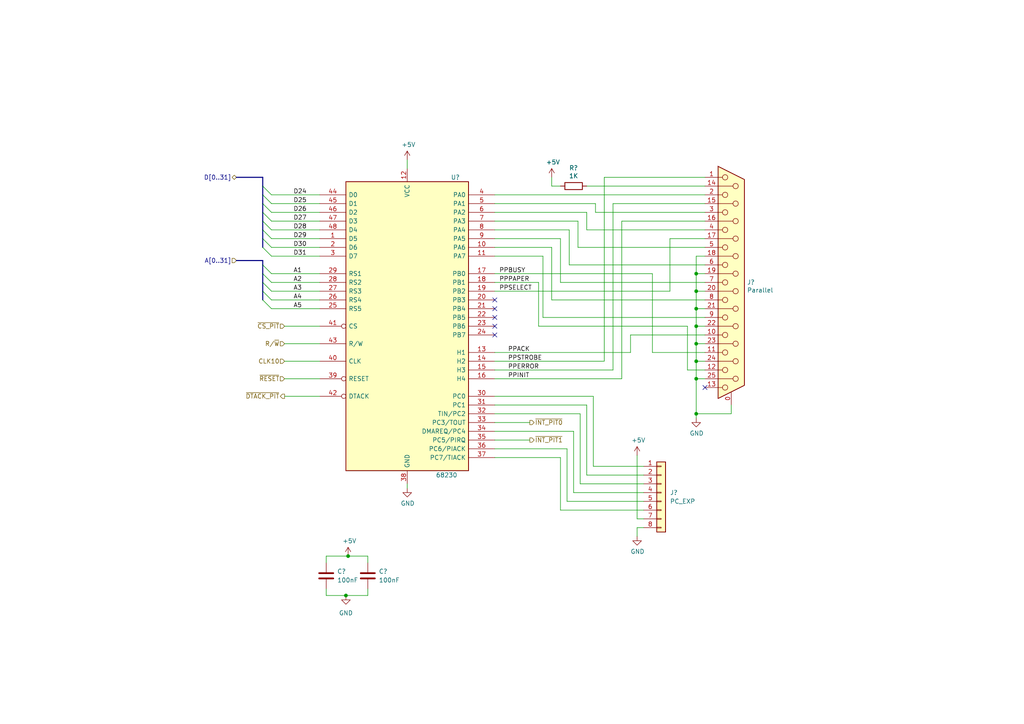
<source format=kicad_sch>
(kicad_sch (version 20211123) (generator eeschema)
  (paper "A4")
  (lib_symbols
    (symbol "Connector:DB25_Female_MountingHoles" (pin_names (offset 1.016) hide)
      (property "Reference" "J" (at 0 36.83 0))
      (property "Value" "DB25_Female_MountingHoles" (at 0 34.925 0))
      (symbol "DB25_Female_MountingHoles_0_1"
        (circle (center -1.778 -30.48) (radius 0.762))
        (circle (center -1.778 -25.4) (radius 0.762))
        (circle (center -1.778 -20.32) (radius 0.762))
        (circle (center -1.778 -15.24) (radius 0.762))
        (circle (center -1.778 -10.16) (radius 0.762))
        (circle (center -1.778 -5.08) (radius 0.762))
        (circle (center -1.778 0) (radius 0.762))
        (circle (center -1.778 5.08) (radius 0.762))
        (circle (center -1.778 10.16) (radius 0.762))
        (circle (center -1.778 15.24) (radius 0.762))
        (circle (center -1.778 20.32) (radius 0.762))
        (circle (center -1.778 25.4) (radius 0.762))
        (circle (center -1.778 30.48) (radius 0.762))
        (polyline (pts (xy -3.81 -30.48) (xy -2.54 -30.48)))
        (polyline (pts (xy -3.81 -27.94) (xy 0.508 -27.94)))
        (polyline (pts (xy -3.81 -25.4) (xy -2.54 -25.4)))
        (polyline (pts (xy -3.81 -22.86) (xy 0.508 -22.86)))
        (polyline (pts (xy -3.81 -20.32) (xy -2.54 -20.32)))
        (polyline (pts (xy -3.81 -17.78) (xy 0.508 -17.78)))
        (polyline (pts (xy -3.81 -15.24) (xy -2.54 -15.24)))
        (polyline (pts (xy -3.81 -12.7) (xy 0.508 -12.7)))
        (polyline (pts (xy -3.81 -10.16) (xy -2.54 -10.16)))
        (polyline (pts (xy -3.81 -7.62) (xy 0.508 -7.62)))
        (polyline (pts (xy -3.81 -5.08) (xy -2.54 -5.08)))
        (polyline (pts (xy -3.81 -2.54) (xy 0.508 -2.54)))
        (polyline (pts (xy -3.81 0) (xy -2.54 0)))
        (polyline (pts (xy -3.81 2.54) (xy 0.508 2.54)))
        (polyline (pts (xy -3.81 5.08) (xy -2.54 5.08)))
        (polyline (pts (xy -3.81 7.62) (xy 0.508 7.62)))
        (polyline (pts (xy -3.81 10.16) (xy -2.54 10.16)))
        (polyline (pts (xy -3.81 12.7) (xy 0.508 12.7)))
        (polyline (pts (xy -3.81 15.24) (xy -2.54 15.24)))
        (polyline (pts (xy -3.81 17.78) (xy 0.508 17.78)))
        (polyline (pts (xy -3.81 20.32) (xy -2.54 20.32)))
        (polyline (pts (xy -3.81 22.86) (xy 0.508 22.86)))
        (polyline (pts (xy -3.81 25.4) (xy -2.54 25.4)))
        (polyline (pts (xy -3.81 27.94) (xy 0.508 27.94)))
        (polyline (pts (xy -3.81 30.48) (xy -2.54 30.48)))
        (polyline (pts (xy -3.81 33.655) (xy 3.81 29.845) (xy 3.81 -29.845) (xy -3.81 -33.655) (xy -3.81 33.655)) (stroke (width 0.254)) (fill (type background)))
        (circle (center 1.27 -27.94) (radius 0.762))
        (circle (center 1.27 -22.86) (radius 0.762))
        (circle (center 1.27 -17.78) (radius 0.762))
        (circle (center 1.27 -12.7) (radius 0.762))
        (circle (center 1.27 -7.62) (radius 0.762))
        (circle (center 1.27 -2.54) (radius 0.762))
        (circle (center 1.27 2.54) (radius 0.762))
        (circle (center 1.27 7.62) (radius 0.762))
        (circle (center 1.27 12.7) (radius 0.762))
        (circle (center 1.27 17.78) (radius 0.762))
        (circle (center 1.27 22.86) (radius 0.762))
        (circle (center 1.27 27.94) (radius 0.762))
      )
      (symbol "DB25_Female_MountingHoles_1_1"
        (pin passive line (at 0 -35.56 90) (length 3.81) (name "PAD") (number "0"))
        (pin passive line (at -7.62 30.48 0) (length 3.81) (name "1") (number "1"))
        (pin passive line (at -7.62 -15.24 0) (length 3.81) (name "10") (number "10"))
        (pin passive line (at -7.62 -20.32 0) (length 3.81) (name "11") (number "11"))
        (pin passive line (at -7.62 -25.4 0) (length 3.81) (name "12") (number "12"))
        (pin passive line (at -7.62 -30.48 0) (length 3.81) (name "13") (number "13"))
        (pin passive line (at -7.62 27.94 0) (length 3.81) (name "P14") (number "14"))
        (pin passive line (at -7.62 22.86 0) (length 3.81) (name "P15") (number "15"))
        (pin passive line (at -7.62 17.78 0) (length 3.81) (name "P16") (number "16"))
        (pin passive line (at -7.62 12.7 0) (length 3.81) (name "P17") (number "17"))
        (pin passive line (at -7.62 7.62 0) (length 3.81) (name "P18") (number "18"))
        (pin passive line (at -7.62 2.54 0) (length 3.81) (name "P19") (number "19"))
        (pin passive line (at -7.62 25.4 0) (length 3.81) (name "2") (number "2"))
        (pin passive line (at -7.62 -2.54 0) (length 3.81) (name "P20") (number "20"))
        (pin passive line (at -7.62 -7.62 0) (length 3.81) (name "P21") (number "21"))
        (pin passive line (at -7.62 -12.7 0) (length 3.81) (name "P22") (number "22"))
        (pin passive line (at -7.62 -17.78 0) (length 3.81) (name "P23") (number "23"))
        (pin passive line (at -7.62 -22.86 0) (length 3.81) (name "P24") (number "24"))
        (pin passive line (at -7.62 -27.94 0) (length 3.81) (name "P25") (number "25"))
        (pin passive line (at -7.62 20.32 0) (length 3.81) (name "3") (number "3"))
        (pin passive line (at -7.62 15.24 0) (length 3.81) (name "4") (number "4"))
        (pin passive line (at -7.62 10.16 0) (length 3.81) (name "5") (number "5"))
        (pin passive line (at -7.62 5.08 0) (length 3.81) (name "6") (number "6"))
        (pin passive line (at -7.62 0 0) (length 3.81) (name "7") (number "7"))
        (pin passive line (at -7.62 -5.08 0) (length 3.81) (name "8") (number "8"))
        (pin passive line (at -7.62 -10.16 0) (length 3.81) (name "9") (number "9"))
      )
    )
    (symbol "Connector_Generic:Conn_01x08" (pin_names (offset 1.016) hide)
      (property "Reference" "J" (at 0 10.16 0))
      (property "Value" "Conn_01x08" (at 0 -12.7 0))
      (symbol "Conn_01x08_1_1"
        (rectangle (start -1.27 -10.033) (end 0 -10.287) (stroke (width 0.1524)))
        (rectangle (start -1.27 -7.493) (end 0 -7.747) (stroke (width 0.1524)))
        (rectangle (start -1.27 -4.953) (end 0 -5.207) (stroke (width 0.1524)))
        (rectangle (start -1.27 -2.413) (end 0 -2.667) (stroke (width 0.1524)))
        (rectangle (start -1.27 0.127) (end 0 -0.127) (stroke (width 0.1524)))
        (rectangle (start -1.27 2.667) (end 0 2.413) (stroke (width 0.1524)))
        (rectangle (start -1.27 5.207) (end 0 4.953) (stroke (width 0.1524)))
        (rectangle (start -1.27 7.747) (end 0 7.493) (stroke (width 0.1524)))
        (rectangle (start -1.27 8.89) (end 1.27 -11.43) (stroke (width 0.254)) (fill (type background)))
        (pin passive line (at -5.08 7.62 0) (length 3.81) (name "Pin_1") (number "1"))
        (pin passive line (at -5.08 5.08 0) (length 3.81) (name "Pin_2") (number "2"))
        (pin passive line (at -5.08 2.54 0) (length 3.81) (name "Pin_3") (number "3"))
        (pin passive line (at -5.08 0 0) (length 3.81) (name "Pin_4") (number "4"))
        (pin passive line (at -5.08 -2.54 0) (length 3.81) (name "Pin_5") (number "5"))
        (pin passive line (at -5.08 -5.08 0) (length 3.81) (name "Pin_6") (number "6"))
        (pin passive line (at -5.08 -7.62 0) (length 3.81) (name "Pin_7") (number "7"))
        (pin passive line (at -5.08 -10.16 0) (length 3.81) (name "Pin_8") (number "8"))
      )
    )
    (symbol "Device:C" (pin_numbers hide) (pin_names (offset 0.254))
      (property "Reference" "C" (at 0.635 2.54 0))
      (property "Value" "C" (at 0.635 -2.54 0))
      (symbol "C_0_1"
        (polyline (pts (xy -2.032 -0.762) (xy 2.032 -0.762)) (stroke (width 0.508)))
        (polyline (pts (xy -2.032 0.762) (xy 2.032 0.762)) (stroke (width 0.508)))
      )
      (symbol "C_1_1"
        (pin passive line (at 0 3.81 270) (length 2.794) (name "~") (number "1"))
        (pin passive line (at 0 -3.81 90) (length 2.794) (name "~") (number "2"))
      )
    )
    (symbol "Device:R" (pin_numbers hide) (pin_names (offset 0))
      (property "Reference" "R" (at 2.032 0 90))
      (property "Value" "R" (at 0 0 90))
      (symbol "R_0_1"
        (rectangle (start -1.016 -2.54) (end 1.016 2.54) (stroke (width 0.254)))
      )
      (symbol "R_1_1"
        (pin passive line (at 0 3.81 270) (length 1.27) (name "~") (number "1"))
        (pin passive line (at 0 -3.81 90) (length 1.27) (name "~") (number "2"))
      )
    )
    (symbol "Interface:68230" (pin_names (offset 0.762))
      (property "Reference" "U" (at 0 3.81 0))
      (property "Value" "68230" (at 0 -3.81 0))
      (symbol "68230_0_1"
        (rectangle (start -17.78 41.91) (end 17.78 -41.91) (stroke (width 0.254)) (fill (type background)))
      )
      (symbol "68230_1_1"
        (pin tri_state line (at -25.4 25.4 0) (length 7.62) (name "D5") (number "1"))
        (pin bidirectional line (at 25.4 22.86 180) (length 7.62) (name "PA6") (number "10"))
        (pin bidirectional line (at 25.4 20.32 180) (length 7.62) (name "PA7") (number "11"))
        (pin power_in line (at 0 45.72 270) (length 3.81) (name "VCC") (number "12"))
        (pin input line (at 25.4 -7.62 180) (length 7.62) (name "H1") (number "13"))
        (pin bidirectional line (at 25.4 -10.16 180) (length 7.62) (name "H2") (number "14"))
        (pin input line (at 25.4 -12.7 180) (length 7.62) (name "H3") (number "15"))
        (pin bidirectional line (at 25.4 -15.24 180) (length 7.62) (name "H4") (number "16"))
        (pin bidirectional line (at 25.4 15.24 180) (length 7.62) (name "PB0") (number "17"))
        (pin bidirectional line (at 25.4 12.7 180) (length 7.62) (name "PB1") (number "18"))
        (pin bidirectional line (at 25.4 10.16 180) (length 7.62) (name "PB2") (number "19"))
        (pin tri_state line (at -25.4 22.86 0) (length 7.62) (name "D6") (number "2"))
        (pin bidirectional line (at 25.4 7.62 180) (length 7.62) (name "PB3") (number "20"))
        (pin bidirectional line (at 25.4 5.08 180) (length 7.62) (name "PB4") (number "21"))
        (pin bidirectional line (at 25.4 2.54 180) (length 7.62) (name "PB5") (number "22"))
        (pin bidirectional line (at 25.4 0 180) (length 7.62) (name "PB6") (number "23"))
        (pin bidirectional line (at 25.4 -2.54 180) (length 7.62) (name "PB7") (number "24"))
        (pin input line (at -25.4 5.08 0) (length 7.62) (name "RS5") (number "25"))
        (pin input line (at -25.4 7.62 0) (length 7.62) (name "RS4") (number "26"))
        (pin input line (at -25.4 10.16 0) (length 7.62) (name "RS3") (number "27"))
        (pin input line (at -25.4 12.7 0) (length 7.62) (name "RS2") (number "28"))
        (pin input line (at -25.4 15.24 0) (length 7.62) (name "RS1") (number "29"))
        (pin tri_state line (at -25.4 20.32 0) (length 7.62) (name "D7") (number "3"))
        (pin bidirectional line (at 25.4 -20.32 180) (length 7.62) (name "PC0") (number "30"))
        (pin bidirectional line (at 25.4 -22.86 180) (length 7.62) (name "PC1") (number "31"))
        (pin bidirectional line (at 25.4 -25.4 180) (length 7.62) (name "TIN/PC2") (number "32"))
        (pin bidirectional line (at 25.4 -27.94 180) (length 7.62) (name "PC3/TOUT") (number "33"))
        (pin bidirectional line (at 25.4 -30.48 180) (length 7.62) (name "DMAREQ/PC4") (number "34"))
        (pin bidirectional line (at 25.4 -33.02 180) (length 7.62) (name "PC5/PIRQ") (number "35"))
        (pin bidirectional line (at 25.4 -35.56 180) (length 7.62) (name "PC6/PIACK") (number "36"))
        (pin bidirectional line (at 25.4 -38.1 180) (length 7.62) (name "PC7/TIACK") (number "37"))
        (pin power_in line (at 0 -45.72 90) (length 3.81) (name "GND") (number "38"))
        (pin input inverted (at -25.4 -15.24 0) (length 7.62) (name "RESET") (number "39"))
        (pin bidirectional line (at 25.4 38.1 180) (length 7.62) (name "PA0") (number "4"))
        (pin input line (at -25.4 -10.16 0) (length 7.62) (name "CLK") (number "40"))
        (pin input inverted (at -25.4 0 0) (length 7.62) (name "CS") (number "41"))
        (pin open_collector inverted (at -25.4 -20.32 0) (length 7.62) (name "DTACK") (number "42"))
        (pin input line (at -25.4 -5.08 0) (length 7.62) (name "R/W") (number "43"))
        (pin tri_state line (at -25.4 38.1 0) (length 7.62) (name "D0") (number "44"))
        (pin tri_state line (at -25.4 35.56 0) (length 7.62) (name "D1") (number "45"))
        (pin tri_state line (at -25.4 33.02 0) (length 7.62) (name "D2") (number "46"))
        (pin tri_state line (at -25.4 30.48 0) (length 7.62) (name "D3") (number "47"))
        (pin tri_state line (at -25.4 27.94 0) (length 7.62) (name "D4") (number "48"))
        (pin bidirectional line (at 25.4 35.56 180) (length 7.62) (name "PA1") (number "5"))
        (pin bidirectional line (at 25.4 33.02 180) (length 7.62) (name "PA2") (number "6"))
        (pin bidirectional line (at 25.4 30.48 180) (length 7.62) (name "PA3") (number "7"))
        (pin bidirectional line (at 25.4 27.94 180) (length 7.62) (name "PA4") (number "8"))
        (pin bidirectional line (at 25.4 25.4 180) (length 7.62) (name "PA5") (number "9"))
      )
    )
    (symbol "power:+5V" (power) (pin_names (offset 0))
      (property "Value" "+5V" (at 0 3.556 0))
      (symbol "+5V_0_1"
        (polyline (pts (xy -0.762 1.27) (xy 0 2.54)))
        (polyline (pts (xy 0 0) (xy 0 2.54)))
        (polyline (pts (xy 0 2.54) (xy 0.762 1.27)))
      )
      (symbol "+5V_1_1"
        (pin power_in line (at 0 0 90) (length 0) hide (name "+5V") (number "1"))
      )
    )
    (symbol "power:GND" (power) (pin_names (offset 0))
      (property "Value" "GND" (at 0 -3.81 0))
      (symbol "GND_0_1"
        (polyline (pts (xy 0 0) (xy 0 -1.27) (xy 1.27 -1.27) (xy 0 -2.54) (xy -1.27 -1.27) (xy 0 -1.27)))
      )
      (symbol "GND_1_1"
        (pin power_in line (at 0 0 270) (length 0) hide (name "GND") (number "1"))
      )
    )
  )
  (junction (at 201.93 94.615))
  (junction (at 100.965 161.29))
  (junction (at 100.33 172.72))
  (junction (at 201.93 109.855))
  (junction (at 201.93 79.375))
  (junction (at 201.93 104.775))
  (junction (at 201.93 99.695))
  (junction (at 201.93 89.535))
  (junction (at 201.93 84.455))
  (junction (at 201.93 120.015))
  (no_connect (at 143.51 97.155))
  (no_connect (at 143.51 89.535))
  (no_connect (at 204.47 112.395))
  (no_connect (at 143.51 86.995))
  (no_connect (at 143.51 94.615))
  (no_connect (at 143.51 92.075))
  (bus_entry (at 76.2 84.455) (size 2.54 2.54))
  (bus_entry (at 76.2 81.915) (size 2.54 2.54))
  (bus_entry (at 76.2 69.215) (size 2.54 2.54))
  (bus_entry (at 76.2 76.835) (size 2.54 2.54))
  (bus_entry (at 76.2 53.975) (size 2.54 2.54))
  (bus_entry (at 76.2 79.375) (size 2.54 2.54))
  (bus_entry (at 76.2 61.595) (size 2.54 2.54))
  (bus_entry (at 76.2 64.135) (size 2.54 2.54))
  (bus_entry (at 76.2 86.995) (size 2.54 2.54))
  (bus_entry (at 76.2 56.515) (size 2.54 2.54))
  (bus_entry (at 76.2 59.055) (size 2.54 2.54))
  (bus_entry (at 76.2 66.675) (size 2.54 2.54))
  (bus_entry (at 76.2 71.755) (size 2.54 2.54))
  (wire (pts (xy 92.71 79.375) (xy 78.74 79.375)))
  (wire (pts (xy 172.72 61.595) (xy 172.72 59.055)))
  (wire (pts (xy 170.18 66.675) (xy 204.47 66.675)))
  (wire (pts (xy 106.68 161.29) (xy 106.68 163.195)))
  (wire (pts (xy 82.55 114.935) (xy 92.71 114.935)))
  (bus (pts (xy 76.2 75.565) (xy 76.2 76.835)))
  (bus (pts (xy 76.2 76.835) (xy 76.2 79.375)))
  (wire (pts (xy 106.68 170.815) (xy 106.68 172.72)))
  (bus (pts (xy 76.2 64.135) (xy 76.2 66.675)))
  (wire (pts (xy 94.615 170.815) (xy 94.615 172.72)))
  (wire (pts (xy 182.88 97.155) (xy 204.47 97.155)))
  (wire (pts (xy 201.93 89.535) (xy 201.93 84.455)))
  (wire (pts (xy 177.8 107.315) (xy 143.51 107.315)))
  (wire (pts (xy 143.51 127.635) (xy 153.67 127.635)))
  (wire (pts (xy 175.26 51.435) (xy 175.26 104.775)))
  (wire (pts (xy 166.37 142.875) (xy 186.69 142.875)))
  (wire (pts (xy 160.02 86.995) (xy 204.47 86.995)))
  (wire (pts (xy 184.785 153.035) (xy 186.69 153.035)))
  (bus (pts (xy 76.2 51.435) (xy 68.58 51.435)))
  (wire (pts (xy 172.085 135.255) (xy 186.69 135.255)))
  (wire (pts (xy 201.93 84.455) (xy 201.93 79.375)))
  (wire (pts (xy 189.23 79.375) (xy 189.23 102.235)))
  (wire (pts (xy 100.965 161.29) (xy 106.68 161.29)))
  (wire (pts (xy 143.51 61.595) (xy 170.18 61.595)))
  (bus (pts (xy 76.2 51.435) (xy 76.2 53.975)))
  (wire (pts (xy 160.02 53.975) (xy 162.56 53.975)))
  (wire (pts (xy 92.71 74.295) (xy 78.74 74.295)))
  (wire (pts (xy 92.71 99.695) (xy 82.55 99.695)))
  (wire (pts (xy 204.47 109.855) (xy 201.93 109.855)))
  (bus (pts (xy 76.2 84.455) (xy 76.2 86.995)))
  (wire (pts (xy 143.51 79.375) (xy 189.23 79.375)))
  (bus (pts (xy 68.58 75.565) (xy 76.2 75.565)))
  (wire (pts (xy 118.11 141.605) (xy 118.11 140.335)))
  (wire (pts (xy 160.02 71.755) (xy 143.51 71.755)))
  (wire (pts (xy 143.51 104.775) (xy 175.26 104.775)))
  (wire (pts (xy 184.785 155.575) (xy 184.785 153.035)))
  (wire (pts (xy 177.8 59.055) (xy 177.8 107.315)))
  (wire (pts (xy 172.72 61.595) (xy 204.47 61.595)))
  (wire (pts (xy 78.74 61.595) (xy 92.71 61.595)))
  (wire (pts (xy 92.71 109.855) (xy 82.55 109.855)))
  (wire (pts (xy 143.51 114.935) (xy 172.085 114.935)))
  (wire (pts (xy 201.93 99.695) (xy 201.93 104.775)))
  (wire (pts (xy 212.09 120.015) (xy 201.93 120.015)))
  (wire (pts (xy 78.74 71.755) (xy 92.71 71.755)))
  (wire (pts (xy 78.74 86.995) (xy 92.71 86.995)))
  (wire (pts (xy 199.39 94.615) (xy 199.39 107.315)))
  (wire (pts (xy 143.51 102.235) (xy 182.88 102.235)))
  (bus (pts (xy 76.2 66.675) (xy 76.2 69.215)))
  (wire (pts (xy 168.275 140.335) (xy 186.69 140.335)))
  (wire (pts (xy 92.71 56.515) (xy 78.74 56.515)))
  (wire (pts (xy 143.51 120.015) (xy 168.275 120.015)))
  (bus (pts (xy 76.2 69.215) (xy 76.2 71.755)))
  (wire (pts (xy 143.51 84.455) (xy 194.31 84.455)))
  (wire (pts (xy 160.02 51.435) (xy 160.02 53.975)))
  (wire (pts (xy 201.93 104.775) (xy 201.93 109.855)))
  (wire (pts (xy 201.93 94.615) (xy 204.47 94.615)))
  (wire (pts (xy 94.615 161.29) (xy 100.965 161.29)))
  (wire (pts (xy 94.615 172.72) (xy 100.33 172.72)))
  (wire (pts (xy 94.615 161.29) (xy 94.615 163.195)))
  (wire (pts (xy 143.51 109.855) (xy 180.34 109.855)))
  (bus (pts (xy 76.2 81.915) (xy 76.2 84.455)))
  (wire (pts (xy 162.56 81.915) (xy 162.56 69.215)))
  (wire (pts (xy 100.33 172.72) (xy 106.68 172.72)))
  (bus (pts (xy 76.2 79.375) (xy 76.2 81.915)))
  (wire (pts (xy 162.56 81.915) (xy 204.47 81.915)))
  (wire (pts (xy 201.93 120.015) (xy 201.93 121.285)))
  (wire (pts (xy 194.31 84.455) (xy 194.31 69.215)))
  (wire (pts (xy 180.34 109.855) (xy 180.34 64.135)))
  (wire (pts (xy 143.51 132.715) (xy 162.56 132.715)))
  (wire (pts (xy 212.09 117.475) (xy 212.09 120.015)))
  (wire (pts (xy 170.18 66.675) (xy 170.18 61.595)))
  (wire (pts (xy 167.64 71.755) (xy 167.64 64.135)))
  (wire (pts (xy 92.71 69.215) (xy 78.74 69.215)))
  (wire (pts (xy 143.51 130.175) (xy 164.465 130.175)))
  (wire (pts (xy 162.56 147.955) (xy 186.69 147.955)))
  (wire (pts (xy 184.785 150.495) (xy 186.69 150.495)))
  (wire (pts (xy 143.51 74.295) (xy 157.48 74.295)))
  (wire (pts (xy 201.93 74.295) (xy 204.47 74.295)))
  (wire (pts (xy 143.51 64.135) (xy 167.64 64.135)))
  (wire (pts (xy 177.8 59.055) (xy 204.47 59.055)))
  (wire (pts (xy 201.93 84.455) (xy 204.47 84.455)))
  (wire (pts (xy 143.51 66.675) (xy 165.1 66.675)))
  (wire (pts (xy 201.93 89.535) (xy 204.47 89.535)))
  (wire (pts (xy 162.56 132.715) (xy 162.56 147.955)))
  (wire (pts (xy 118.11 46.355) (xy 118.11 48.895)))
  (wire (pts (xy 157.48 92.075) (xy 157.48 74.295)))
  (wire (pts (xy 156.21 94.615) (xy 199.39 94.615)))
  (wire (pts (xy 170.18 137.795) (xy 186.69 137.795)))
  (wire (pts (xy 204.47 99.695) (xy 201.93 99.695)))
  (wire (pts (xy 82.55 104.775) (xy 92.71 104.775)))
  (wire (pts (xy 172.085 114.935) (xy 172.085 135.255)))
  (wire (pts (xy 166.37 125.095) (xy 166.37 142.875)))
  (wire (pts (xy 92.71 89.535) (xy 78.74 89.535)))
  (wire (pts (xy 92.71 84.455) (xy 78.74 84.455)))
  (wire (pts (xy 157.48 92.075) (xy 204.47 92.075)))
  (wire (pts (xy 160.02 71.755) (xy 160.02 86.995)))
  (wire (pts (xy 143.51 125.095) (xy 166.37 125.095)))
  (wire (pts (xy 164.465 145.415) (xy 186.69 145.415)))
  (wire (pts (xy 170.18 53.975) (xy 204.47 53.975)))
  (bus (pts (xy 76.2 59.055) (xy 76.2 61.595)))
  (wire (pts (xy 204.47 104.775) (xy 201.93 104.775)))
  (wire (pts (xy 78.74 81.915) (xy 92.71 81.915)))
  (wire (pts (xy 143.51 117.475) (xy 170.18 117.475)))
  (wire (pts (xy 143.51 59.055) (xy 172.72 59.055)))
  (wire (pts (xy 201.93 109.855) (xy 201.93 120.015)))
  (wire (pts (xy 92.71 59.055) (xy 78.74 59.055)))
  (wire (pts (xy 194.31 69.215) (xy 204.47 69.215)))
  (wire (pts (xy 143.51 56.515) (xy 204.47 56.515)))
  (wire (pts (xy 78.74 66.675) (xy 92.71 66.675)))
  (wire (pts (xy 201.93 79.375) (xy 204.47 79.375)))
  (bus (pts (xy 76.2 53.975) (xy 76.2 56.515)))
  (wire (pts (xy 165.1 76.835) (xy 165.1 66.675)))
  (wire (pts (xy 165.1 76.835) (xy 204.47 76.835)))
  (wire (pts (xy 156.21 81.915) (xy 156.21 94.615)))
  (bus (pts (xy 76.2 56.515) (xy 76.2 59.055)))
  (wire (pts (xy 201.93 94.615) (xy 201.93 89.535)))
  (wire (pts (xy 180.34 64.135) (xy 204.47 64.135)))
  (wire (pts (xy 199.39 107.315) (xy 204.47 107.315)))
  (wire (pts (xy 92.71 64.135) (xy 78.74 64.135)))
  (wire (pts (xy 201.93 74.295) (xy 201.93 79.375)))
  (wire (pts (xy 170.18 117.475) (xy 170.18 137.795)))
  (wire (pts (xy 189.23 102.235) (xy 204.47 102.235)))
  (wire (pts (xy 182.88 102.235) (xy 182.88 97.155)))
  (wire (pts (xy 164.465 130.175) (xy 164.465 145.415)))
  (wire (pts (xy 167.64 71.755) (xy 204.47 71.755)))
  (wire (pts (xy 143.51 81.915) (xy 156.21 81.915)))
  (wire (pts (xy 82.55 94.615) (xy 92.71 94.615)))
  (wire (pts (xy 143.51 122.555) (xy 153.67 122.555)))
  (wire (pts (xy 143.51 69.215) (xy 162.56 69.215)))
  (wire (pts (xy 175.26 51.435) (xy 204.47 51.435)))
  (bus (pts (xy 76.2 61.595) (xy 76.2 64.135)))
  (wire (pts (xy 184.785 132.08) (xy 184.785 150.495)))
  (wire (pts (xy 201.93 99.695) (xy 201.93 94.615)))
  (wire (pts (xy 168.275 120.015) (xy 168.275 140.335)))
  (label "A5" (at 85.09 89.535 0))
  (label "PPACK" (at 147.32 102.235 0))
  (label "A3" (at 85.09 84.455 0))
  (label "D26" (at 85.09 61.595 0))
  (label "D31" (at 85.09 74.295 0))
  (label "A4" (at 85.09 86.995 0))
  (label "PPSELECT" (at 144.78 84.455 0))
  (label "D30" (at 85.09 71.755 0))
  (label "D24" (at 85.09 56.515 0))
  (label "D28" (at 85.09 66.675 0))
  (label "D27" (at 85.09 64.135 0))
  (label "PPBUSY" (at 144.78 79.375 0))
  (label "PPERROR" (at 147.32 107.315 0))
  (label "D29" (at 85.09 69.215 0))
  (label "D25" (at 85.09 59.055 0))
  (label "A1" (at 85.09 79.375 0))
  (label "PPSTROBE" (at 147.32 104.775 0))
  (label "PPPAPER" (at 144.78 81.915 0))
  (label "A2" (at 85.09 81.915 0))
  (label "PPINIT" (at 147.32 109.855 0))
  (hierarchical_label "D[0..31]" (shape bidirectional) (at 68.58 51.435 180))
  (hierarchical_label "A[0..31]" (shape input) (at 68.58 75.565 180))
  (hierarchical_label "~{INT_PIT0}" (shape output) (at 153.67 122.555 0))
  (hierarchical_label "~{DTACK_PIT}" (shape output) (at 82.55 114.935 180))
  (hierarchical_label "R{slash}~{W}" (shape input) (at 82.55 99.695 180))
  (hierarchical_label "~{INT_PIT1}" (shape output) (at 153.67 127.635 0))
  (hierarchical_label "~{RESET}" (shape input) (at 82.55 109.855 180))
  (hierarchical_label "~{CS_PIT}" (shape input) (at 82.55 94.615 180))
  (hierarchical_label "CLK10" (shape input) (at 82.55 104.775 180))
  (symbol (lib_id "power:GND") (at 201.93 121.285 0) (unit 1)
    (property "Reference" "#PWR?" (effects hide))
    (property "Value" "GND" (at 202.057 125.6792 0))
  )
  (symbol (lib_id "power:+5V") (at 100.965 161.29 0) (unit 1)
    (property "Reference" "#PWR?" (effects hide))
    (property "Value" "+5V" (at 101.346 156.8958 0))
  )
  (symbol (lib_id "Connector_Generic:Conn_01x08") (at 191.77 142.875 0) (unit 1)
    (property "Reference" "J?" (at 194.31 142.8749 0) (effects (justify left)))
    (property "Value" "PC_EXP" (at 194.31 145.4149 0) (effects (justify left)))
  )
  (symbol (lib_id "power:GND") (at 100.33 172.72 0) (unit 1)
    (property "Reference" "#PWR?" (effects hide))
    (property "Value" "GND" (at 100.33 177.8 0))
  )
  (symbol (lib_id "Device:R") (at 166.37 53.975 90) (unit 1)
    (property "Reference" "R?" (at 166.37 48.7172 90))
    (property "Value" "1K" (at 166.37 51.0286 90))
    (property "Footprint" "Resistor_THT:R_Axial_DIN0207_L6.3mm_D2.5mm_P10.16mm_Horizontal" (effects hide))
  )
  (symbol (lib_id "power:+5V") (at 184.785 132.08 0) (unit 1)
    (property "Reference" "#PWR?" (effects hide))
    (property "Value" "+5V" (at 185.166 127.6858 0))
  )
  (symbol (lib_id "Device:C") (at 106.68 167.005 0) (unit 1)
    (property "Reference" "C?" (at 109.855 165.7349 0) (effects (justify left)))
    (property "Value" "100nF" (at 109.855 168.2749 0) (effects (justify left)))
  )
  (symbol (lib_id "power:GND") (at 184.785 155.575 0) (unit 1)
    (property "Reference" "#PWR?" (effects hide))
    (property "Value" "GND" (at 184.912 159.9692 0))
  )
  (symbol (lib_id "Interface:68230") (at 118.11 94.615 0) (unit 1)
    (property "Reference" "U?" (at 132.08 51.435 0))
    (property "Value" "68230" (at 129.54 137.795 0))
    (property "Footprint" "Package_DIP:DIP-48_W15.24mm_Socket" (effects hide))
  )
  (symbol (lib_id "power:+5V") (at 118.11 46.355 0) (unit 1)
    (property "Reference" "#PWR?" (effects hide))
    (property "Value" "+5V" (at 118.491 41.9608 0))
  )
  (symbol (lib_id "Device:C") (at 94.615 167.005 0) (unit 1)
    (property "Reference" "C?" (at 97.79 165.7349 0) (effects (justify left)))
    (property "Value" "100nF" (at 97.79 168.2749 0) (effects (justify left)))
  )
  (symbol (lib_id "power:GND") (at 118.11 141.605 0) (unit 1)
    (property "Reference" "#PWR?" (effects hide))
    (property "Value" "GND" (at 118.237 145.9992 0))
  )
  (symbol (lib_id "power:+5V") (at 160.02 51.435 0) (unit 1)
    (property "Reference" "#PWR?" (effects hide))
    (property "Value" "+5V" (at 160.401 47.0408 0))
  )
  (symbol (lib_id "Connector:DB25_Female_MountingHoles") (at 212.09 81.915 0) (unit 1)
    (property "Reference" "J?" (at 216.662 81.8642 0) (effects (justify left)))
    (property "Value" "Parallel" (at 216.662 84.1756 0) (effects (justify left)))
    (property "Footprint" "Connector_Dsub:DSUB-25_Female_Horizontal_P2.77x2.84mm_EdgePinOffset7.70mm_Housed_MountingHolesOffset9.12mm" (effects hide))
    (property "Datasheet" " ~" (effects hide))
  )
)
</source>
